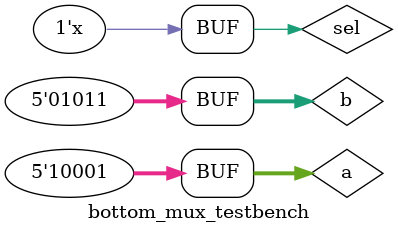
<source format=v>
`timescale 1ns / 1ps
/*
Names: Beverly Abadines (004737953), Kyle Lee (005054981)
Term: Spring 2016
Class: CSE 401
Module: bottom_mux_testbench.v
Lab: 3
Date: May 18th, 2016

Test 5 bit mux, bottom_mux.
*/

module bottom_mux_testbench;

	// Inputs
	reg [4:0] a; 	// 1
	reg [4:0] b;	// 0
	reg sel;

	// Outputs
	wire [4:0] y;

	// Instantiate the Unit Under Test (UUT)
	bottom_mux uut (
		.y(y), 
		.a(a), 
		.b(b), 
		.sel(sel)
	);

	initial begin	// Initialize Inputs, all inputs must be REGISTERS!
		a = 5'b10000;		// Time = 1
		b = 5'b11111;
		sel = 1'b1;				// at Time = 1 y should be AAAAAAAA 
		#10;						// delay 10 ticks on clock, "increase time by 10 ticks"
									// Time = 11
		a = 5'b10101;		// sel has not changed; at Time = 11 y should be = a = 00000000
		#10;						// Time = 21
		
		sel = 1'b1;				// sel = 1, same value as a 
		#10;						// Time = 31
			
		b = 5'b00000;		
		#5;						// Time = 36
		
		a = 5'b10001;	// at Time 36, y = a5a5a5a5
		#5;						// Time = 41
		
		sel = 1'b0;				// sel = 0; 
		b = 5'b01011;	// at Time = 41, y = DDDDDDDD, so tricky run lines, wipe data until delay
		#5;						// Time  = 46
		
		sel = 1'bx; 			// x exists in hex, and deci as well; x indicates don't care condition
	end
	
	always @(a or b or sel)
		#1 $display ("At t = %0d sel = %b a = %h b = %h y = %h",
			$time, sel, a, b, y);
endmodule 


</source>
